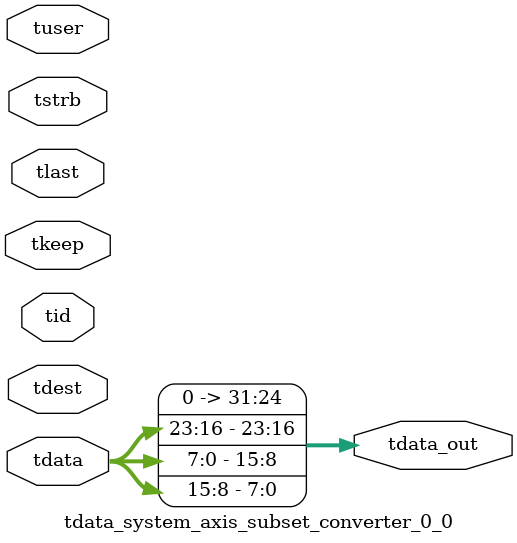
<source format=v>


`timescale 1ps/1ps

module tdata_system_axis_subset_converter_0_0 #
(
parameter C_S_AXIS_TDATA_WIDTH = 32,
parameter C_S_AXIS_TUSER_WIDTH = 0,
parameter C_S_AXIS_TID_WIDTH   = 0,
parameter C_S_AXIS_TDEST_WIDTH = 0,
parameter C_M_AXIS_TDATA_WIDTH = 32
)
(
input  [(C_S_AXIS_TDATA_WIDTH == 0 ? 1 : C_S_AXIS_TDATA_WIDTH)-1:0     ] tdata,
input  [(C_S_AXIS_TUSER_WIDTH == 0 ? 1 : C_S_AXIS_TUSER_WIDTH)-1:0     ] tuser,
input  [(C_S_AXIS_TID_WIDTH   == 0 ? 1 : C_S_AXIS_TID_WIDTH)-1:0       ] tid,
input  [(C_S_AXIS_TDEST_WIDTH == 0 ? 1 : C_S_AXIS_TDEST_WIDTH)-1:0     ] tdest,
input  [(C_S_AXIS_TDATA_WIDTH/8)-1:0 ] tkeep,
input  [(C_S_AXIS_TDATA_WIDTH/8)-1:0 ] tstrb,
input                                                                    tlast,
output [C_M_AXIS_TDATA_WIDTH-1:0] tdata_out
);

assign tdata_out = {tdata[23:16],tdata[7:0],tdata[15:8]};

endmodule


</source>
